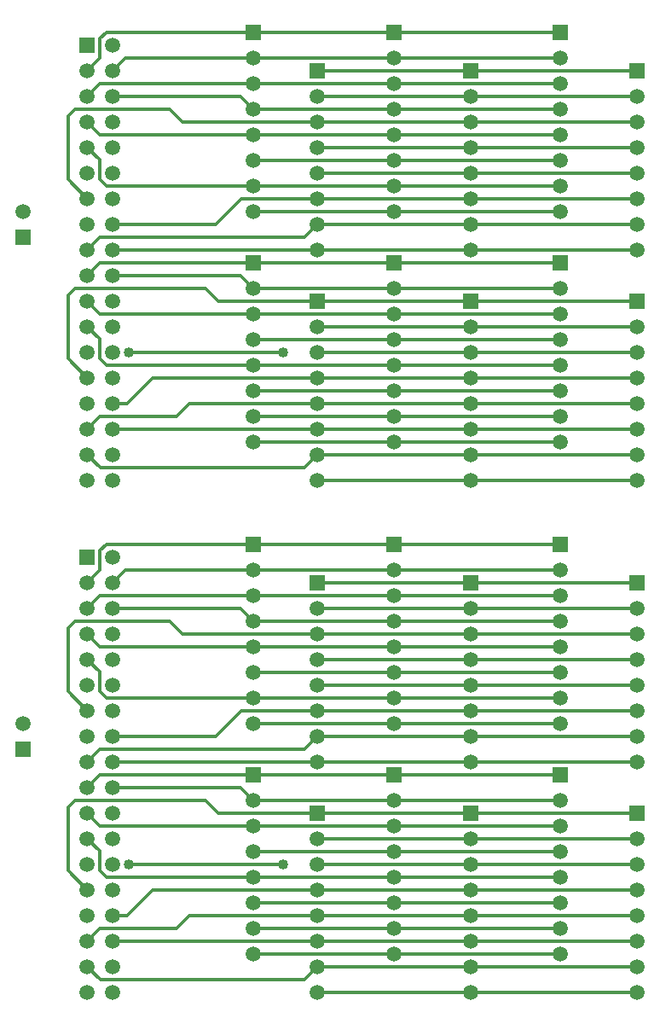
<source format=gbr>
G04 DipTrace 2.4.0.2*
%INTop.gbr*%
%MOIN*%
%ADD13C,0.013*%
%ADD14R,0.0591X0.0591*%
%ADD15C,0.0591*%
%ADD16C,0.04*%
%FSLAX44Y44*%
G04*
G70*
G90*
G75*
G01*
%LNTop*%
%LPD*%
X13940Y41940D2*
D13*
X7940D1*
X7440Y41440D1*
X19440Y41940D2*
X17035D1*
X13940D1*
X25940D2*
X25450D1*
X19440D1*
X25940Y40940D2*
X19440D1*
X13940D2*
X13440Y41440D1*
X8440D1*
X19440Y40940D2*
X13940D1*
X25940Y39940D2*
X19440D1*
X13940D2*
X7940D1*
X7440Y40440D1*
X19440Y39940D2*
X13940D1*
Y38940D2*
X19440D1*
X25940D1*
Y37940D2*
X19440D1*
X13940D2*
X8190D1*
X7930Y38200D1*
Y38950D1*
X7440Y39440D1*
X19440Y37940D2*
X13940D1*
Y36940D2*
X19440D1*
X25940D1*
X13940Y35940D2*
X19440D1*
X25940D1*
X9065Y38440D2*
X15085D1*
X13940Y34940D2*
X19440D1*
X25940D1*
X16440Y40440D2*
X12569D1*
X12079Y40930D1*
X6950D1*
X6690Y40670D1*
Y38190D1*
X7440Y37440D1*
X22440Y40440D2*
X16440D1*
X28940D2*
X28190D1*
X22440D1*
X16440Y39440D2*
X22440D1*
X28940D1*
X16440Y38440D2*
X22440D1*
X28940D1*
Y37440D2*
X22440D1*
X16440D2*
X9994D1*
X8994Y36440D1*
X8440D1*
X22440Y37440D2*
X16440D1*
X28940Y36440D2*
X22440D1*
X16440D2*
X11425D1*
X10915Y35930D1*
X7930D1*
X7440Y35440D1*
X22440Y36440D2*
X16440D1*
X28940Y35440D2*
X22440D1*
X16440D2*
X8440D1*
X22440D2*
X16440D1*
X28940Y34440D2*
X22440D1*
X16440D2*
X15930Y33930D1*
X7950D1*
X7440Y34440D1*
X22440D2*
X16440D1*
Y33440D2*
X22440D1*
X28940D1*
X25940Y29940D2*
X19440D1*
X13940D2*
X8940D1*
X8440Y29440D1*
X19440Y29940D2*
X13940D1*
Y30940D2*
X8190D1*
X7930Y30680D1*
Y29930D1*
X7440Y29440D1*
X19440Y30940D2*
X16564D1*
X13940D1*
X25940D2*
X25190D1*
X19440D1*
X25940Y28940D2*
X19440D1*
X13940D2*
X7940D1*
X7440Y28440D1*
X19440Y28940D2*
X13940D1*
X25940Y27940D2*
X19440D1*
X13940D2*
X13440Y28440D1*
X8440D1*
X19440Y27940D2*
X13940D1*
X25940Y26940D2*
X19440D1*
X13940D2*
X7940D1*
X7440Y27440D1*
X19440Y26940D2*
X13940D1*
Y25940D2*
X19440D1*
X25940D1*
Y24940D2*
X19440D1*
X13940D2*
X8190D1*
X7930Y25200D1*
Y25950D1*
X7440Y26440D1*
X19440Y24940D2*
X13940D1*
Y23940D2*
X19440D1*
X25940D1*
X28940Y22440D2*
X22440D1*
X16440D2*
X8440D1*
X22440D2*
X16440D1*
X28940Y23440D2*
X22440D1*
X16440D2*
X15930Y22930D1*
X7930D1*
X7440Y22440D1*
X22440Y23440D2*
X16440D1*
X28940Y24440D2*
X22440D1*
X16440D2*
X13455D1*
X12455Y23440D1*
X8440D1*
X22440Y24440D2*
X16440D1*
Y25440D2*
X22440D1*
X28940D1*
X16440Y26440D2*
X22440D1*
X28940D1*
Y27440D2*
X22440D1*
X16440D2*
X11156D1*
X10666Y27930D1*
X6950D1*
X6690Y27670D1*
Y25190D1*
X7440Y24440D1*
X22440Y27440D2*
X16440D1*
Y29440D2*
X21690D1*
X22440D1*
X27565D1*
X28940D1*
X16440Y28440D2*
X22440D1*
X28940D1*
X16440Y19440D2*
X22440D1*
X28940D1*
X16440Y20440D2*
X12569D1*
X12079Y20930D1*
X6950D1*
X6690Y20670D1*
Y18190D1*
X7440Y17440D1*
X22440Y20440D2*
X16440D1*
X28940D2*
X28190D1*
X22440D1*
X16440Y18440D2*
X22440D1*
X28940D1*
Y17440D2*
X22440D1*
X16440D2*
X9994D1*
X8994Y16440D1*
X8440D1*
X22440Y17440D2*
X16440D1*
X28940Y16440D2*
X22440D1*
X16440D2*
X11425D1*
X10915Y15930D1*
X7930D1*
X7440Y15440D1*
X22440Y16440D2*
X16440D1*
X28940Y15440D2*
X22440D1*
X16440D2*
X8440D1*
X22440D2*
X16440D1*
X28940Y14440D2*
X22440D1*
X16440D2*
X15930Y13930D1*
X7950D1*
X7440Y14440D1*
X22440D2*
X16440D1*
Y13440D2*
X22440D1*
X28940D1*
X9065Y18440D2*
X15085D1*
X13940Y14940D2*
X19440D1*
X25940D1*
X13940Y15940D2*
X19440D1*
X25940D1*
X13940Y16940D2*
X19440D1*
X25940D1*
Y17940D2*
X19440D1*
X13940D2*
X8190D1*
X7930Y18200D1*
Y18950D1*
X7440Y19440D1*
X19440Y17940D2*
X13940D1*
Y18940D2*
X19440D1*
X25940D1*
Y19940D2*
X19440D1*
X13940D2*
X7940D1*
X7440Y20440D1*
X19440Y19940D2*
X13940D1*
Y21940D2*
X7940D1*
X7440Y21440D1*
X19440Y21940D2*
X17035D1*
X13940D1*
X25940D2*
X25450D1*
X19440D1*
X25940Y20940D2*
X19440D1*
X13940D2*
X13440Y21440D1*
X8440D1*
X19440Y20940D2*
X13940D1*
Y50940D2*
X8190D1*
X7930Y50680D1*
Y49930D1*
X7440Y49440D1*
X19440Y50940D2*
X16564D1*
X13940D1*
X25940D2*
X25190D1*
X19440D1*
X25940Y49940D2*
X19440D1*
X13940D2*
X8940D1*
X8440Y49440D1*
X19440Y49940D2*
X13940D1*
X25940Y48940D2*
X19440D1*
X13940D2*
X7940D1*
X7440Y48440D1*
X19440Y48940D2*
X13940D1*
X25940Y47940D2*
X19440D1*
X13940D2*
X13440Y48440D1*
X8440D1*
X19440Y47940D2*
X13940D1*
X25940Y46940D2*
X19440D1*
X13940D2*
X7940D1*
X7440Y47440D1*
X19440Y46940D2*
X13940D1*
Y45940D2*
X19440D1*
X25940D1*
Y44940D2*
X19440D1*
X13940D2*
X8190D1*
X7930Y45200D1*
Y45950D1*
X7440Y46440D1*
X19440Y44940D2*
X13940D1*
Y43940D2*
X19440D1*
X25940D1*
X16440Y49440D2*
X21690D1*
X22440D1*
X27565D1*
X28940D1*
X16440Y48440D2*
X22440D1*
X28940D1*
Y47440D2*
X22440D1*
X16440D2*
X11156D1*
X10666Y47930D1*
X6950D1*
X6690Y47670D1*
Y45190D1*
X7440Y44440D1*
X22440Y47440D2*
X16440D1*
Y46440D2*
X22440D1*
X28940D1*
X16440Y45440D2*
X22440D1*
X28940D1*
Y44440D2*
X22440D1*
X16440D2*
X13455D1*
X12455Y43440D1*
X8440D1*
X22440Y44440D2*
X16440D1*
X28940Y43440D2*
X22440D1*
X16440D2*
X15930Y42930D1*
X7930D1*
X7440Y42440D1*
X22440Y43440D2*
X16440D1*
X28940Y42440D2*
X22440D1*
X16440D2*
X8440D1*
X22440D2*
X16440D1*
D16*
X15085Y38440D3*
X9065D3*
X15085Y18440D3*
X9065D3*
D14*
X7440Y50440D3*
D15*
X8440D3*
X7440Y49440D3*
X8440D3*
X7440Y48440D3*
X8440D3*
X7440Y47440D3*
X8440D3*
X7440Y46440D3*
X8440D3*
X7440Y45440D3*
X8440D3*
X7440Y44440D3*
X8440D3*
X7440Y43440D3*
X8440D3*
X7440Y42440D3*
X8440D3*
X7440Y41440D3*
X8440D3*
X7440Y40440D3*
X8440D3*
X7440Y39440D3*
X8440D3*
X7440Y38440D3*
X8440D3*
X7440Y37440D3*
X8440D3*
X7440Y36440D3*
X8440D3*
X7440Y35440D3*
X8440D3*
X7440Y34440D3*
X8440D3*
X7440Y33440D3*
X8440D3*
D14*
X13940Y50940D3*
D15*
Y49940D3*
Y48940D3*
Y47940D3*
Y46940D3*
Y45940D3*
Y44940D3*
Y43940D3*
D14*
X19440Y50940D3*
D15*
Y49940D3*
Y48940D3*
Y47940D3*
Y46940D3*
Y45940D3*
Y44940D3*
Y43940D3*
D14*
X16440Y49440D3*
D15*
Y48440D3*
Y47440D3*
Y46440D3*
Y45440D3*
Y44440D3*
Y43440D3*
Y42440D3*
D14*
X22440Y49440D3*
D15*
Y48440D3*
Y47440D3*
Y46440D3*
Y45440D3*
Y44440D3*
Y43440D3*
Y42440D3*
D14*
X25940Y50940D3*
D15*
Y49940D3*
Y48940D3*
Y47940D3*
Y46940D3*
Y45940D3*
Y44940D3*
Y43940D3*
D14*
X28940Y49440D3*
D15*
Y48440D3*
Y47440D3*
Y46440D3*
Y45440D3*
Y44440D3*
Y43440D3*
Y42440D3*
D14*
X13940Y41940D3*
D15*
Y40940D3*
Y39940D3*
Y38940D3*
Y37940D3*
Y36940D3*
Y35940D3*
Y34940D3*
D14*
X19440Y41940D3*
D15*
Y40940D3*
Y39940D3*
Y38940D3*
Y37940D3*
Y36940D3*
Y35940D3*
Y34940D3*
D14*
X16440Y40440D3*
D15*
Y39440D3*
Y38440D3*
Y37440D3*
Y36440D3*
Y35440D3*
Y34440D3*
Y33440D3*
D14*
X22440Y40440D3*
D15*
Y39440D3*
Y38440D3*
Y37440D3*
Y36440D3*
Y35440D3*
Y34440D3*
Y33440D3*
D14*
X25940Y41940D3*
D15*
Y40940D3*
Y39940D3*
Y38940D3*
Y37940D3*
Y36940D3*
Y35940D3*
Y34940D3*
D14*
X28940Y40440D3*
D15*
Y39440D3*
Y38440D3*
Y37440D3*
Y36440D3*
Y35440D3*
Y34440D3*
Y33440D3*
D14*
X4940Y42940D3*
D15*
Y43940D3*
D14*
X7440Y30440D3*
D15*
X8440D3*
X7440Y29440D3*
X8440D3*
X7440Y28440D3*
X8440D3*
X7440Y27440D3*
X8440D3*
X7440Y26440D3*
X8440D3*
X7440Y25440D3*
X8440D3*
X7440Y24440D3*
X8440D3*
X7440Y23440D3*
X8440D3*
X7440Y22440D3*
X8440D3*
X7440Y21440D3*
X8440D3*
X7440Y20440D3*
X8440D3*
X7440Y19440D3*
X8440D3*
X7440Y18440D3*
X8440D3*
X7440Y17440D3*
X8440D3*
X7440Y16440D3*
X8440D3*
X7440Y15440D3*
X8440D3*
X7440Y14440D3*
X8440D3*
X7440Y13440D3*
X8440D3*
D14*
X13940Y30940D3*
D15*
Y29940D3*
Y28940D3*
Y27940D3*
Y26940D3*
Y25940D3*
Y24940D3*
Y23940D3*
D14*
X19440Y30940D3*
D15*
Y29940D3*
Y28940D3*
Y27940D3*
Y26940D3*
Y25940D3*
Y24940D3*
Y23940D3*
D14*
X16440Y29440D3*
D15*
Y28440D3*
Y27440D3*
Y26440D3*
Y25440D3*
Y24440D3*
Y23440D3*
Y22440D3*
D14*
X22440Y29440D3*
D15*
Y28440D3*
Y27440D3*
Y26440D3*
Y25440D3*
Y24440D3*
Y23440D3*
Y22440D3*
D14*
X25940Y30940D3*
D15*
Y29940D3*
Y28940D3*
Y27940D3*
Y26940D3*
Y25940D3*
Y24940D3*
Y23940D3*
D14*
X28940Y29440D3*
D15*
Y28440D3*
Y27440D3*
Y26440D3*
Y25440D3*
Y24440D3*
Y23440D3*
Y22440D3*
D14*
X13940Y21940D3*
D15*
Y20940D3*
Y19940D3*
Y18940D3*
Y17940D3*
Y16940D3*
Y15940D3*
Y14940D3*
D14*
X19440Y21940D3*
D15*
Y20940D3*
Y19940D3*
Y18940D3*
Y17940D3*
Y16940D3*
Y15940D3*
Y14940D3*
D14*
X16440Y20440D3*
D15*
Y19440D3*
Y18440D3*
Y17440D3*
Y16440D3*
Y15440D3*
Y14440D3*
Y13440D3*
D14*
X22440Y20440D3*
D15*
Y19440D3*
Y18440D3*
Y17440D3*
Y16440D3*
Y15440D3*
Y14440D3*
Y13440D3*
D14*
X25940Y21940D3*
D15*
Y20940D3*
Y19940D3*
Y18940D3*
Y17940D3*
Y16940D3*
Y15940D3*
Y14940D3*
D14*
X28940Y20440D3*
D15*
Y19440D3*
Y18440D3*
Y17440D3*
Y16440D3*
Y15440D3*
Y14440D3*
Y13440D3*
D14*
X4940Y22940D3*
D15*
Y23940D3*
M02*

</source>
